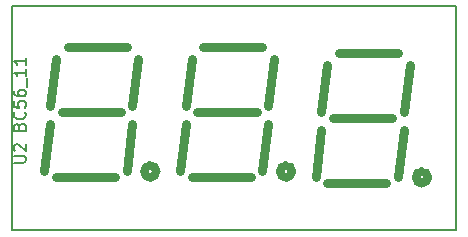
<source format=gto>
%FSLAX34Y34*%
G04 Gerber Fmt 3.4, Leading zero omitted, Abs format*
G04 (created by PCBNEW (2014-04-07 BZR 4791)-product) date ons  9 apr 2014 20:45:43*
%MOIN*%
G01*
G70*
G90*
G04 APERTURE LIST*
%ADD10C,0.005906*%
%ADD11C,0.031496*%
G04 APERTURE END LIST*
G54D10*
X47362Y-44685D02*
X47362Y-37204D01*
X62165Y-40944D02*
X62165Y-44685D01*
X62165Y-40944D02*
X62165Y-37204D01*
G54D11*
X61220Y-42913D02*
G75*
G03X61220Y-42913I-196J0D01*
G74*
G01*
X57677Y-41338D02*
X57480Y-42913D01*
X60433Y-41338D02*
X60236Y-42913D01*
X60629Y-39173D02*
X60433Y-40748D01*
X57874Y-39173D02*
X57677Y-40748D01*
X57874Y-43110D02*
X59842Y-43110D01*
X58267Y-38779D02*
X60236Y-38779D01*
X58070Y-40944D02*
X60039Y-40944D01*
X53543Y-40748D02*
X55511Y-40748D01*
X53740Y-38582D02*
X55708Y-38582D01*
X53346Y-42913D02*
X55314Y-42913D01*
X53346Y-38976D02*
X53149Y-40551D01*
X56102Y-38976D02*
X55905Y-40551D01*
X55905Y-41141D02*
X55708Y-42716D01*
X53149Y-41141D02*
X52952Y-42716D01*
X56692Y-42716D02*
G75*
G03X56692Y-42716I-196J0D01*
G74*
G01*
X52165Y-42716D02*
G75*
G03X52165Y-42716I-196J0D01*
G74*
G01*
X48622Y-41141D02*
X48425Y-42716D01*
X51377Y-41141D02*
X51181Y-42716D01*
X51574Y-38976D02*
X51377Y-40551D01*
X48818Y-38976D02*
X48622Y-40551D01*
X48818Y-42913D02*
X50787Y-42913D01*
X49212Y-38582D02*
X51181Y-38582D01*
X49015Y-40748D02*
X50984Y-40748D01*
G54D10*
X47362Y-37952D02*
X47362Y-43937D01*
X47362Y-44685D02*
X54763Y-44685D01*
X54763Y-44685D02*
X62165Y-44685D01*
X54763Y-37204D02*
X62165Y-37204D01*
X47362Y-37204D02*
X54763Y-37204D01*
X47422Y-42425D02*
X47740Y-42425D01*
X47778Y-42407D01*
X47797Y-42388D01*
X47815Y-42350D01*
X47815Y-42275D01*
X47797Y-42238D01*
X47778Y-42219D01*
X47740Y-42200D01*
X47422Y-42200D01*
X47459Y-42032D02*
X47440Y-42013D01*
X47422Y-41976D01*
X47422Y-41882D01*
X47440Y-41844D01*
X47459Y-41826D01*
X47497Y-41807D01*
X47534Y-41807D01*
X47590Y-41826D01*
X47815Y-42050D01*
X47815Y-41807D01*
X47609Y-41226D02*
X47628Y-41169D01*
X47647Y-41151D01*
X47684Y-41132D01*
X47740Y-41132D01*
X47778Y-41151D01*
X47797Y-41169D01*
X47815Y-41207D01*
X47815Y-41357D01*
X47422Y-41357D01*
X47422Y-41226D01*
X47440Y-41188D01*
X47459Y-41169D01*
X47497Y-41151D01*
X47534Y-41151D01*
X47572Y-41169D01*
X47590Y-41188D01*
X47609Y-41226D01*
X47609Y-41357D01*
X47778Y-40738D02*
X47797Y-40757D01*
X47815Y-40813D01*
X47815Y-40851D01*
X47797Y-40907D01*
X47759Y-40944D01*
X47722Y-40963D01*
X47647Y-40982D01*
X47590Y-40982D01*
X47515Y-40963D01*
X47478Y-40944D01*
X47440Y-40907D01*
X47422Y-40851D01*
X47422Y-40813D01*
X47440Y-40757D01*
X47459Y-40738D01*
X47422Y-40382D02*
X47422Y-40569D01*
X47609Y-40588D01*
X47590Y-40569D01*
X47572Y-40532D01*
X47572Y-40438D01*
X47590Y-40401D01*
X47609Y-40382D01*
X47647Y-40363D01*
X47740Y-40363D01*
X47778Y-40382D01*
X47797Y-40401D01*
X47815Y-40438D01*
X47815Y-40532D01*
X47797Y-40569D01*
X47778Y-40588D01*
X47422Y-40026D02*
X47422Y-40101D01*
X47440Y-40138D01*
X47459Y-40157D01*
X47515Y-40194D01*
X47590Y-40213D01*
X47740Y-40213D01*
X47778Y-40194D01*
X47797Y-40176D01*
X47815Y-40138D01*
X47815Y-40063D01*
X47797Y-40026D01*
X47778Y-40007D01*
X47740Y-39988D01*
X47647Y-39988D01*
X47609Y-40007D01*
X47590Y-40026D01*
X47572Y-40063D01*
X47572Y-40138D01*
X47590Y-40176D01*
X47609Y-40194D01*
X47647Y-40213D01*
X47853Y-39913D02*
X47853Y-39613D01*
X47815Y-39313D02*
X47815Y-39538D01*
X47815Y-39426D02*
X47422Y-39426D01*
X47478Y-39463D01*
X47515Y-39501D01*
X47534Y-39538D01*
X47815Y-38938D02*
X47815Y-39163D01*
X47815Y-39051D02*
X47422Y-39051D01*
X47478Y-39088D01*
X47515Y-39126D01*
X47534Y-39163D01*
M02*

</source>
